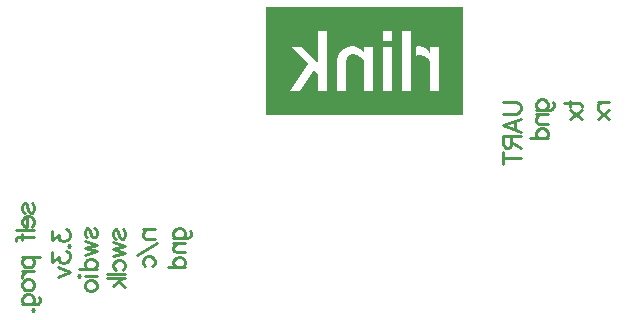
<source format=gbo>
G04*
G04 #@! TF.GenerationSoftware,Altium Limited,Altium Designer,23.1.1 (15)*
G04*
G04 Layer_Color=32896*
%FSLAX25Y25*%
%MOIN*%
G70*
G04*
G04 #@! TF.SameCoordinates,C0A30D0B-07C8-471D-B3AC-2C571FC99935*
G04*
G04*
G04 #@! TF.FilePolarity,Positive*
G04*
G01*
G75*
%ADD15C,0.01000*%
G36*
X165354Y-43307D02*
X99895D01*
Y-7500D01*
X165354D01*
Y-43307D01*
D02*
G37*
%LPC*%
G36*
X141841Y-15374D02*
X138774D01*
Y-18629D01*
X141841D01*
Y-15374D01*
D02*
G37*
G36*
X157480Y-20444D02*
X149583D01*
D01*
X150800D01*
X150628Y-20461D01*
X150423Y-20479D01*
X150183Y-20513D01*
X149909Y-20547D01*
X149583Y-20598D01*
Y-20547D01*
Y-20598D01*
Y-23596D01*
X149618D01*
X149669Y-23579D01*
X149738D01*
X149909Y-23545D01*
X150131Y-23511D01*
X150423Y-23494D01*
X150731Y-23459D01*
X151057Y-23442D01*
X151485D01*
X151588Y-23459D01*
X151707Y-23476D01*
X151862Y-23494D01*
X152033Y-23545D01*
X152239Y-23596D01*
X152444Y-23665D01*
X152667Y-23767D01*
X152924Y-23888D01*
X153164Y-24024D01*
X153420Y-24213D01*
X153677Y-24419D01*
X153917Y-24658D01*
X154174Y-24932D01*
X154414Y-25258D01*
Y-35433D01*
X157480D01*
Y-20444D01*
D02*
G37*
G36*
X120000Y-15374D02*
X107769D01*
X116934D01*
Y-26440D01*
X111897Y-20770D01*
X108317D01*
X113662Y-26337D01*
X107769Y-35433D01*
X111195D01*
X115683Y-28273D01*
X116934Y-29660D01*
Y-35433D01*
X120000D01*
Y-15374D01*
D02*
G37*
G36*
X148196Y-15374D02*
X145130D01*
Y-35433D01*
X148196D01*
Y-15374D01*
D02*
G37*
G36*
X141841Y-20770D02*
D01*
X138774D01*
Y-35433D01*
X141841D01*
Y-20770D01*
D02*
G37*
G36*
X135485Y-20444D02*
X123409Y-20444D01*
D01*
X128359D01*
X128256Y-20461D01*
X128154D01*
X128017Y-20479D01*
X127863Y-20496D01*
X127691Y-20530D01*
X127297Y-20616D01*
X126869Y-20735D01*
X126424Y-20907D01*
X125944Y-21129D01*
X125704Y-21267D01*
X125464Y-21421D01*
X125242Y-21592D01*
X125019Y-21780D01*
X124796Y-21986D01*
X124591Y-22226D01*
X124385Y-22483D01*
X124197Y-22757D01*
X124025Y-23065D01*
X123871Y-23391D01*
X123734Y-23733D01*
X123631Y-24110D01*
X123529Y-24521D01*
X123460Y-24967D01*
X123426Y-25429D01*
X123409Y-25926D01*
Y-25875D01*
Y-35433D01*
X126492D01*
Y-26029D01*
Y-26012D01*
Y-25960D01*
Y-25875D01*
Y-25772D01*
X126509Y-25635D01*
X126526Y-25480D01*
X126561Y-25138D01*
X126629Y-24761D01*
X126715Y-24367D01*
X126852Y-24024D01*
X126937Y-23870D01*
X127040Y-23733D01*
X127057Y-23699D01*
X127143Y-23630D01*
X127280Y-23528D01*
X127469Y-23391D01*
X127726Y-23271D01*
X128051Y-23168D01*
X128428Y-23099D01*
X128633Y-23065D01*
X128959Y-23065D01*
X129044Y-23082D01*
X129182Y-23099D01*
X129336Y-23134D01*
X129524Y-23168D01*
X129747Y-23236D01*
X129970Y-23322D01*
X130244Y-23442D01*
X130518Y-23579D01*
X130809Y-23733D01*
X131117Y-23939D01*
X131426Y-24179D01*
X131751Y-24453D01*
X132094Y-24778D01*
X132419Y-25138D01*
Y-35433D01*
X135485D01*
Y-20444D01*
D02*
G37*
%LPD*%
G36*
X157480Y-20770D02*
X154414D01*
Y-22740D01*
X154397Y-22705D01*
X154363Y-22637D01*
X154294Y-22534D01*
X154191Y-22380D01*
X154071Y-22209D01*
X153934Y-22020D01*
X153746Y-21798D01*
X153558Y-21592D01*
X153318Y-21369D01*
X153078Y-21164D01*
X152787Y-20975D01*
X152496Y-20804D01*
X152170Y-20650D01*
X151810Y-20547D01*
X151433Y-20461D01*
X151022Y-20444D01*
X157480D01*
Y-20770D01*
D02*
G37*
G36*
X135485D02*
X132419D01*
Y-22568D01*
X132402Y-22551D01*
X132351Y-22483D01*
X132265Y-22380D01*
X132145Y-22243D01*
X132008Y-22072D01*
X131820Y-21900D01*
X131614Y-21712D01*
X131374Y-21506D01*
X131100Y-21301D01*
X130809Y-21112D01*
X130483Y-20941D01*
X130141Y-20770D01*
X129764Y-20633D01*
X129353Y-20530D01*
X128925Y-20461D01*
X128479Y-20444D01*
X135485Y-20444D01*
Y-20770D01*
D02*
G37*
D15*
X19348Y-75927D02*
X18786Y-75646D01*
X18505Y-74803D01*
Y-73959D01*
X18786Y-73116D01*
X19348Y-72835D01*
X19911Y-73116D01*
X20192Y-73678D01*
X20473Y-75084D01*
X20754Y-75646D01*
X21316Y-75927D01*
X21598D01*
X22160Y-75646D01*
X22441Y-74803D01*
Y-73959D01*
X22160Y-73116D01*
X21598Y-72835D01*
X20192Y-77164D02*
Y-80538D01*
X19629D01*
X19067Y-80257D01*
X18786Y-79976D01*
X18505Y-79414D01*
Y-78570D01*
X18786Y-78008D01*
X19348Y-77446D01*
X20192Y-77164D01*
X20754D01*
X21598Y-77446D01*
X22160Y-78008D01*
X22441Y-78570D01*
Y-79414D01*
X22160Y-79976D01*
X21598Y-80538D01*
X16537Y-81804D02*
X22441D01*
X16537Y-85290D02*
Y-84728D01*
X16818Y-84165D01*
X17661Y-83884D01*
X22441D01*
X18505Y-83041D02*
Y-85009D01*
Y-90772D02*
X24409D01*
X19348D02*
X18786Y-91335D01*
X18505Y-91897D01*
Y-92740D01*
X18786Y-93303D01*
X19348Y-93865D01*
X20192Y-94146D01*
X20754D01*
X21598Y-93865D01*
X22160Y-93303D01*
X22441Y-92740D01*
Y-91897D01*
X22160Y-91335D01*
X21598Y-90772D01*
X18505Y-95411D02*
X22441D01*
X20192D02*
X19348Y-95692D01*
X18786Y-96255D01*
X18505Y-96817D01*
Y-97661D01*
Y-99601D02*
X18786Y-99038D01*
X19348Y-98476D01*
X20192Y-98195D01*
X20754D01*
X21598Y-98476D01*
X22160Y-99038D01*
X22441Y-99601D01*
Y-100444D01*
X22160Y-101006D01*
X21598Y-101569D01*
X20754Y-101850D01*
X20192D01*
X19348Y-101569D01*
X18786Y-101006D01*
X18505Y-100444D01*
Y-99601D01*
Y-106517D02*
X23003D01*
X23847Y-106236D01*
X24128Y-105955D01*
X24409Y-105392D01*
Y-104549D01*
X24128Y-103987D01*
X19348Y-106517D02*
X18786Y-105955D01*
X18505Y-105392D01*
Y-104549D01*
X18786Y-103987D01*
X19348Y-103424D01*
X20192Y-103143D01*
X20754D01*
X21598Y-103424D01*
X22160Y-103987D01*
X22441Y-104549D01*
Y-105392D01*
X22160Y-105955D01*
X21598Y-106517D01*
X21879Y-108373D02*
X22160Y-108091D01*
X22441Y-108373D01*
X22160Y-108654D01*
X21879Y-108373D01*
X40214Y-84195D02*
X39652Y-83914D01*
X39371Y-83070D01*
Y-82227D01*
X39652Y-81384D01*
X40214Y-81102D01*
X40777Y-81384D01*
X41058Y-81946D01*
X41339Y-83352D01*
X41620Y-83914D01*
X42182Y-84195D01*
X42464D01*
X43026Y-83914D01*
X43307Y-83070D01*
Y-82227D01*
X43026Y-81384D01*
X42464Y-81102D01*
X39371Y-85432D02*
X43307Y-86557D01*
X39371Y-87681D02*
X43307Y-86557D01*
X39371Y-87681D02*
X43307Y-88806D01*
X39371Y-89931D02*
X43307Y-88806D01*
X37403Y-94682D02*
X43307D01*
X40214D02*
X39652Y-94120D01*
X39371Y-93558D01*
Y-92714D01*
X39652Y-92152D01*
X40214Y-91589D01*
X41058Y-91308D01*
X41620D01*
X42464Y-91589D01*
X43026Y-92152D01*
X43307Y-92714D01*
Y-93558D01*
X43026Y-94120D01*
X42464Y-94682D01*
X37403Y-96819D02*
X37684Y-97100D01*
X37403Y-97381D01*
X37122Y-97100D01*
X37403Y-96819D01*
X39371Y-97100D02*
X43307D01*
X39371Y-99827D02*
X39652Y-99265D01*
X40214Y-98703D01*
X41058Y-98422D01*
X41620D01*
X42464Y-98703D01*
X43026Y-99265D01*
X43307Y-99827D01*
Y-100671D01*
X43026Y-101233D01*
X42464Y-101795D01*
X41620Y-102076D01*
X41058D01*
X40214Y-101795D01*
X39652Y-101233D01*
X39371Y-100671D01*
Y-99827D01*
X49663Y-84589D02*
X49101Y-84308D01*
X48820Y-83464D01*
Y-82621D01*
X49101Y-81777D01*
X49663Y-81496D01*
X50226Y-81777D01*
X50507Y-82340D01*
X50788Y-83745D01*
X51069Y-84308D01*
X51631Y-84589D01*
X51912D01*
X52475Y-84308D01*
X52756Y-83464D01*
Y-82621D01*
X52475Y-81777D01*
X51912Y-81496D01*
X48820Y-85826D02*
X52756Y-86950D01*
X48820Y-88075D02*
X52756Y-86950D01*
X48820Y-88075D02*
X52756Y-89200D01*
X48820Y-90324D02*
X52756Y-89200D01*
X49663Y-95076D02*
X49101Y-94513D01*
X48820Y-93951D01*
Y-93108D01*
X49101Y-92545D01*
X49663Y-91983D01*
X50507Y-91702D01*
X51069D01*
X51912Y-91983D01*
X52475Y-92545D01*
X52756Y-93108D01*
Y-93951D01*
X52475Y-94513D01*
X51912Y-95076D01*
X46852Y-96341D02*
X52756D01*
X46852Y-97578D02*
X52756D01*
X48820Y-100390D02*
X51631Y-97578D01*
X50507Y-98703D02*
X52756Y-100671D01*
X28348Y-82058D02*
Y-85151D01*
X30597Y-83464D01*
Y-84308D01*
X30878Y-84870D01*
X31159Y-85151D01*
X32003Y-85432D01*
X32565D01*
X33408Y-85151D01*
X33971Y-84589D01*
X34252Y-83745D01*
Y-82902D01*
X33971Y-82058D01*
X33690Y-81777D01*
X33127Y-81496D01*
X33690Y-87035D02*
X33971Y-86754D01*
X34252Y-87035D01*
X33971Y-87316D01*
X33690Y-87035D01*
X28348Y-89172D02*
Y-92264D01*
X30597Y-90577D01*
Y-91421D01*
X30878Y-91983D01*
X31159Y-92264D01*
X32003Y-92545D01*
X32565D01*
X33408Y-92264D01*
X33971Y-91702D01*
X34252Y-90859D01*
Y-90015D01*
X33971Y-89172D01*
X33690Y-88890D01*
X33127Y-88609D01*
X30316Y-93867D02*
X34252Y-95554D01*
X30316Y-97241D02*
X34252Y-95554D01*
X58662Y-81496D02*
X62598D01*
X59787D02*
X58943Y-82340D01*
X58662Y-82902D01*
Y-83745D01*
X58943Y-84308D01*
X59787Y-84589D01*
X62598D01*
X63442Y-86135D02*
X56694Y-90071D01*
X59506Y-93839D02*
X58943Y-93276D01*
X58662Y-92714D01*
Y-91871D01*
X58943Y-91308D01*
X59506Y-90746D01*
X60349Y-90465D01*
X60912D01*
X61755Y-90746D01*
X62317Y-91308D01*
X62598Y-91871D01*
Y-92714D01*
X62317Y-93276D01*
X61755Y-93839D01*
X68898Y-84476D02*
X73397D01*
X74240Y-84195D01*
X74522Y-83914D01*
X74803Y-83352D01*
Y-82508D01*
X74522Y-81946D01*
X69742Y-84476D02*
X69180Y-83914D01*
X68898Y-83352D01*
Y-82508D01*
X69180Y-81946D01*
X69742Y-81384D01*
X70585Y-81102D01*
X71148D01*
X71991Y-81384D01*
X72553Y-81946D01*
X72835Y-82508D01*
Y-83352D01*
X72553Y-83914D01*
X71991Y-84476D01*
X68898Y-86051D02*
X72835D01*
X70023D02*
X69180Y-86894D01*
X68898Y-87456D01*
Y-88300D01*
X69180Y-88862D01*
X70023Y-89143D01*
X72835D01*
X66930Y-94064D02*
X72835D01*
X69742D02*
X69180Y-93501D01*
X68898Y-92939D01*
Y-92096D01*
X69180Y-91533D01*
X69742Y-90971D01*
X70585Y-90690D01*
X71148D01*
X71991Y-90971D01*
X72553Y-91533D01*
X72835Y-92096D01*
Y-92939D01*
X72553Y-93501D01*
X71991Y-94064D01*
X178741Y-38976D02*
X182959D01*
X183802Y-39257D01*
X184364Y-39820D01*
X184646Y-40663D01*
Y-41226D01*
X184364Y-42069D01*
X183802Y-42631D01*
X182959Y-42913D01*
X178741D01*
X184646Y-49042D02*
X178741Y-46793D01*
X184646Y-44543D01*
X182678Y-45387D02*
Y-48198D01*
X178741Y-50419D02*
X184646D01*
X178741D02*
Y-52950D01*
X179023Y-53793D01*
X179304Y-54074D01*
X179866Y-54356D01*
X180428D01*
X180991Y-54074D01*
X181272Y-53793D01*
X181553Y-52950D01*
Y-50419D01*
Y-52387D02*
X184646Y-54356D01*
X178741Y-57645D02*
X184646D01*
X178741Y-55677D02*
Y-59613D01*
X210237Y-38976D02*
X214173D01*
X211924D02*
X211081Y-39257D01*
X210518Y-39820D01*
X210237Y-40382D01*
Y-41226D01*
Y-41760D02*
X214173Y-44853D01*
X210237D02*
X214173Y-41760D01*
X199214Y-39426D02*
X203994D01*
X204837Y-39707D01*
X205118Y-40270D01*
Y-40832D01*
X201182Y-38583D02*
Y-40551D01*
Y-41675D02*
X205118Y-44768D01*
X201182D02*
X205118Y-41675D01*
X189765Y-41563D02*
X194263D01*
X195107Y-41282D01*
X195388Y-41001D01*
X195669Y-40438D01*
Y-39595D01*
X195388Y-39032D01*
X190608Y-41563D02*
X190046Y-41001D01*
X189765Y-40438D01*
Y-39595D01*
X190046Y-39032D01*
X190608Y-38470D01*
X191452Y-38189D01*
X192014D01*
X192857Y-38470D01*
X193420Y-39032D01*
X193701Y-39595D01*
Y-40438D01*
X193420Y-41001D01*
X192857Y-41563D01*
X189765Y-43137D02*
X193701D01*
X190889D02*
X190046Y-43981D01*
X189765Y-44543D01*
Y-45386D01*
X190046Y-45949D01*
X190889Y-46230D01*
X193701D01*
X187797Y-51150D02*
X193701D01*
X190608D02*
X190046Y-50588D01*
X189765Y-50026D01*
Y-49182D01*
X190046Y-48620D01*
X190608Y-48057D01*
X191452Y-47776D01*
X192014D01*
X192857Y-48057D01*
X193420Y-48620D01*
X193701Y-49182D01*
Y-50026D01*
X193420Y-50588D01*
X192857Y-51150D01*
M02*

</source>
